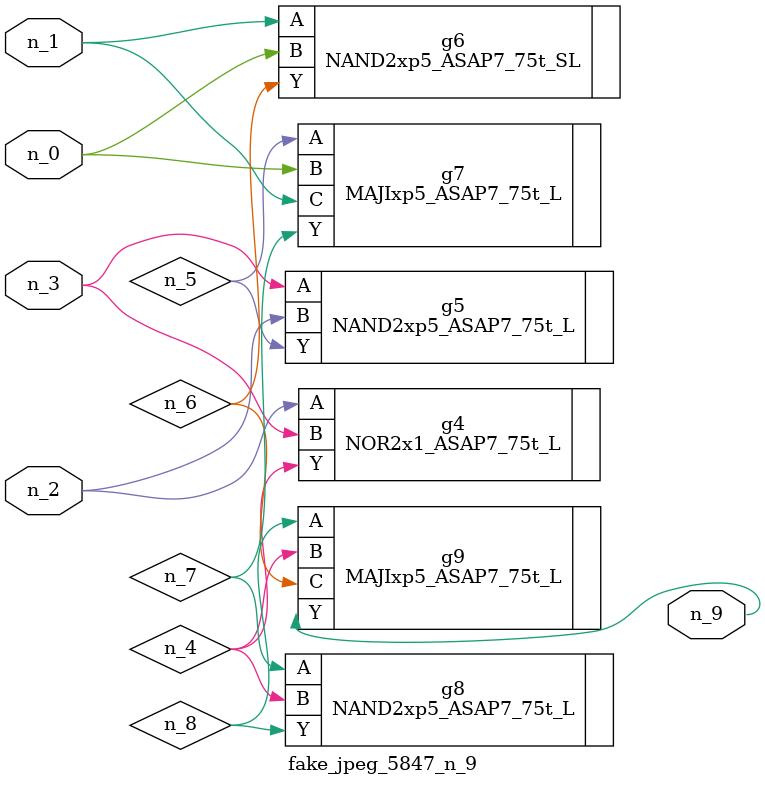
<source format=v>
module fake_jpeg_5847_n_9 (n_0, n_3, n_2, n_1, n_9);

input n_0;
input n_3;
input n_2;
input n_1;

output n_9;

wire n_4;
wire n_8;
wire n_6;
wire n_5;
wire n_7;

NOR2x1_ASAP7_75t_L g4 ( 
.A(n_2),
.B(n_3),
.Y(n_4)
);

NAND2xp5_ASAP7_75t_L g5 ( 
.A(n_3),
.B(n_2),
.Y(n_5)
);

NAND2xp5_ASAP7_75t_SL g6 ( 
.A(n_1),
.B(n_0),
.Y(n_6)
);

MAJIxp5_ASAP7_75t_L g7 ( 
.A(n_5),
.B(n_0),
.C(n_1),
.Y(n_7)
);

NAND2xp5_ASAP7_75t_L g8 ( 
.A(n_7),
.B(n_4),
.Y(n_8)
);

MAJIxp5_ASAP7_75t_L g9 ( 
.A(n_8),
.B(n_4),
.C(n_6),
.Y(n_9)
);


endmodule
</source>
